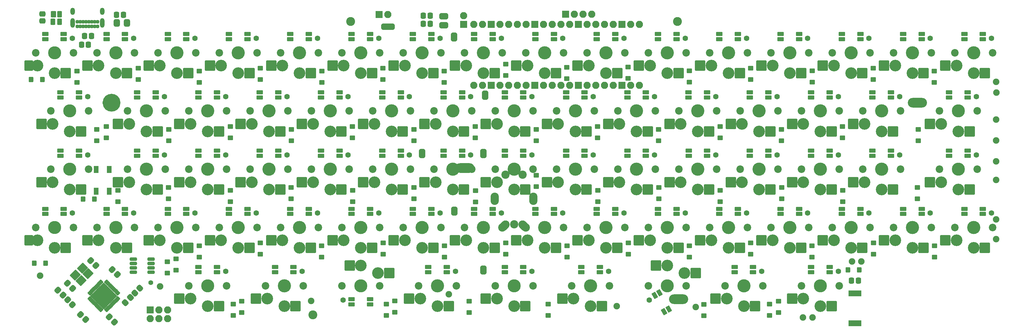
<source format=gbs>
%TF.GenerationSoftware,KiCad,Pcbnew,(6.0.1-0)*%
%TF.CreationDate,2022-02-13T10:06:17+09:00*%
%TF.ProjectId,nora,6e6f7261-2e6b-4696-9361-645f70636258,DN:0032*%
%TF.SameCoordinates,Original*%
%TF.FileFunction,Soldermask,Bot*%
%TF.FilePolarity,Negative*%
%FSLAX46Y46*%
G04 Gerber Fmt 4.6, Leading zero omitted, Abs format (unit mm)*
G04 Created by KiCad (PCBNEW (6.0.1-0)) date 2022-02-13 10:06:17*
%MOMM*%
%LPD*%
G01*
G04 APERTURE LIST*
G04 Aperture macros list*
%AMRoundRect*
0 Rectangle with rounded corners*
0 $1 Rounding radius*
0 $2 $3 $4 $5 $6 $7 $8 $9 X,Y pos of 4 corners*
0 Add a 4 corners polygon primitive as box body*
4,1,4,$2,$3,$4,$5,$6,$7,$8,$9,$2,$3,0*
0 Add four circle primitives for the rounded corners*
1,1,$1+$1,$2,$3*
1,1,$1+$1,$4,$5*
1,1,$1+$1,$6,$7*
1,1,$1+$1,$8,$9*
0 Add four rect primitives between the rounded corners*
20,1,$1+$1,$2,$3,$4,$5,0*
20,1,$1+$1,$4,$5,$6,$7,0*
20,1,$1+$1,$6,$7,$8,$9,0*
20,1,$1+$1,$8,$9,$2,$3,0*%
%AMHorizOval*
0 Thick line with rounded ends*
0 $1 width*
0 $2 $3 position (X,Y) of the first rounded end (center of the circle)*
0 $4 $5 position (X,Y) of the second rounded end (center of the circle)*
0 Add line between two ends*
20,1,$1,$2,$3,$4,$5,0*
0 Add two circle primitives to create the rounded ends*
1,1,$1,$2,$3*
1,1,$1,$4,$5*%
%AMFreePoly0*
4,1,41,0.586777,0.930194,0.656366,0.874698,0.694986,0.794504,0.700000,0.750000,0.700000,-0.750000,0.680194,-0.836777,0.624698,-0.906366,0.544504,-0.944986,0.500000,-0.950000,0.000000,-0.950000,-0.023504,-0.944635,-0.083606,-0.943534,-0.139582,-0.934468,-0.274897,-0.892193,-0.326080,-0.867780,-0.444090,-0.789225,-0.486362,-0.751429,-0.577582,-0.642910,-0.607548,-0.594768,-0.664643,-0.465009,
-0.679893,-0.410393,-0.697476,-0.275933,-0.697084,-0.275882,-0.700000,-0.250000,-0.700000,0.250000,-0.697921,0.259109,-0.697582,0.286880,-0.675771,0.426957,-0.659192,0.481183,-0.598944,0.609508,-0.567811,0.656904,-0.473967,0.763162,-0.430783,0.799915,-0.310888,0.875563,-0.259125,0.898717,-0.122818,0.937674,-0.066635,0.945370,-0.042411,0.945222,0.000000,0.950000,0.500000,0.950000,
0.586777,0.930194,0.586777,0.930194,$1*%
%AMFreePoly1*
4,1,41,0.022678,0.944824,0.075125,0.944504,0.131210,0.936123,0.267031,0.895504,0.318507,0.871718,0.437469,0.794611,0.480202,0.757333,0.572740,0.649936,0.603290,0.602165,0.661967,0.473113,0.677883,0.418686,0.697980,0.278353,0.700000,0.250000,0.700000,-0.250000,0.699985,-0.252439,0.699836,-0.264655,0.697079,-0.295398,0.673559,-0.435199,0.656318,-0.489221,0.594506,-0.616800,
0.562797,-0.663810,0.467662,-0.768914,0.424032,-0.805137,0.303222,-0.879314,0.251181,-0.901834,0.114408,-0.939123,0.058135,-0.946132,0.037663,-0.945757,0.000000,-0.950000,-0.500000,-0.950000,-0.586777,-0.930194,-0.656366,-0.874698,-0.694986,-0.794504,-0.700000,-0.750000,-0.700000,0.750000,-0.680194,0.836777,-0.624698,0.906366,-0.544504,0.944986,-0.500000,0.950000,0.000000,0.950000,
0.022678,0.944824,0.022678,0.944824,$1*%
%AMFreePoly2*
4,1,41,0.636777,0.930194,0.706366,0.874698,0.744986,0.794504,0.750000,0.750000,0.750000,-0.750000,0.730194,-0.836777,0.674698,-0.906366,0.594504,-0.944986,0.550000,-0.950000,0.000000,-0.950000,-0.023504,-0.944635,-0.083606,-0.943534,-0.139582,-0.934468,-0.274897,-0.892193,-0.326080,-0.867780,-0.444090,-0.789225,-0.486362,-0.751429,-0.577582,-0.642910,-0.607548,-0.594768,-0.664643,-0.465009,
-0.679893,-0.410393,-0.697476,-0.275933,-0.697084,-0.275882,-0.700000,-0.250000,-0.700000,0.250000,-0.697921,0.259109,-0.697582,0.286880,-0.675771,0.426957,-0.659192,0.481183,-0.598944,0.609508,-0.567811,0.656904,-0.473967,0.763162,-0.430783,0.799915,-0.310888,0.875563,-0.259125,0.898717,-0.122818,0.937674,-0.066635,0.945370,-0.042411,0.945222,0.000000,0.950000,0.550000,0.950000,
0.636777,0.930194,0.636777,0.930194,$1*%
%AMFreePoly3*
4,1,41,0.022678,0.944824,0.075125,0.944504,0.131210,0.936123,0.267031,0.895504,0.318507,0.871718,0.437469,0.794611,0.480202,0.757333,0.572740,0.649936,0.603290,0.602165,0.661967,0.473113,0.677883,0.418686,0.697980,0.278353,0.700000,0.250000,0.700000,-0.250000,0.699985,-0.252439,0.699836,-0.264655,0.697079,-0.295398,0.673559,-0.435199,0.656318,-0.489221,0.594506,-0.616800,
0.562797,-0.663810,0.467662,-0.768914,0.424032,-0.805137,0.303222,-0.879314,0.251181,-0.901834,0.114408,-0.939123,0.058135,-0.946132,0.037663,-0.945757,0.000000,-0.950000,-0.550000,-0.950000,-0.636777,-0.930194,-0.706366,-0.874698,-0.744986,-0.794504,-0.750000,-0.750000,-0.750000,0.750000,-0.730194,0.836777,-0.674698,0.906366,-0.594504,0.944986,-0.550000,0.950000,0.000000,0.950000,
0.022678,0.944824,0.022678,0.944824,$1*%
G04 Aperture macros list end*
%ADD10RoundRect,0.200000X-0.715625X-0.410000X0.715625X-0.410000X0.715625X0.410000X-0.715625X0.410000X0*%
%ADD11RoundRect,0.200000X0.715625X0.410000X-0.715625X0.410000X-0.715625X-0.410000X0.715625X-0.410000X0*%
%ADD12O,5.600000X2.800000*%
%ADD13C,1.400000*%
%ADD14C,5.200000*%
%ADD15C,2.600000*%
%ADD16C,2.200000*%
%ADD17C,3.400000*%
%ADD18C,3.829000*%
%ADD19C,1.600000*%
%ADD20RoundRect,0.200000X-1.300000X-1.300000X1.300000X-1.300000X1.300000X1.300000X-1.300000X1.300000X0*%
%ADD21C,3.800000*%
%ADD22RoundRect,0.200000X1.300000X1.300000X-1.300000X1.300000X-1.300000X-1.300000X1.300000X-1.300000X0*%
%ADD23RoundRect,0.200000X-1.050000X-1.300000X1.050000X-1.300000X1.050000X1.300000X-1.050000X1.300000X0*%
%ADD24O,2.400000X3.600000*%
%ADD25C,2.400000*%
%ADD26HorizOval,2.400000X0.353553X0.353553X-0.353553X-0.353553X0*%
%ADD27HorizOval,2.400000X-0.353553X0.353553X0.353553X-0.353553X0*%
%ADD28C,1.900000*%
%ADD29RoundRect,0.450000X-0.350000X-0.450000X0.350000X-0.450000X0.350000X0.450000X-0.350000X0.450000X0*%
%ADD30RoundRect,0.200000X0.500000X-0.850000X0.500000X0.850000X-0.500000X0.850000X-0.500000X-0.850000X0*%
%ADD31RoundRect,0.450000X0.574524X0.097227X0.097227X0.574524X-0.574524X-0.097227X-0.097227X-0.574524X0*%
%ADD32RoundRect,0.450001X0.462499X0.624999X-0.462499X0.624999X-0.462499X-0.624999X0.462499X-0.624999X0*%
%ADD33RoundRect,0.262500X-0.220971X-0.309359X0.309359X0.220971X0.220971X0.309359X-0.309359X-0.220971X0*%
%ADD34RoundRect,0.262500X0.220971X-0.309359X0.309359X-0.220971X-0.220971X0.309359X-0.309359X0.220971X0*%
%ADD35RoundRect,0.200000X0.000000X-3.641600X3.641600X0.000000X0.000000X3.641600X-3.641600X0.000000X0*%
%ADD36RoundRect,0.450000X0.350000X0.450000X-0.350000X0.450000X-0.350000X-0.450000X0.350000X-0.450000X0*%
%ADD37RoundRect,0.200000X0.106066X1.378858X-1.378858X-0.106066X-0.106066X-1.378858X1.378858X0.106066X0*%
%ADD38RoundRect,0.450000X-0.574524X-0.097227X-0.097227X-0.574524X0.574524X0.097227X0.097227X0.574524X0*%
%ADD39RoundRect,0.450000X-0.450000X0.350000X-0.450000X-0.350000X0.450000X-0.350000X0.450000X0.350000X0*%
%ADD40C,1.100000*%
%ADD41O,1.300000X2.800000*%
%ADD42O,1.300000X2.100000*%
%ADD43RoundRect,0.200000X0.450000X0.600000X-0.450000X0.600000X-0.450000X-0.600000X0.450000X-0.600000X0*%
%ADD44RoundRect,0.200000X0.600000X-0.450000X0.600000X0.450000X-0.600000X0.450000X-0.600000X-0.450000X0*%
%ADD45RoundRect,0.200000X-0.600000X0.450000X-0.600000X-0.450000X0.600000X-0.450000X0.600000X0.450000X0*%
%ADD46RoundRect,0.200000X-0.850000X0.850000X-0.850000X-0.850000X0.850000X-0.850000X0.850000X0.850000X0*%
%ADD47O,2.100000X2.100000*%
%ADD48RoundRect,0.200000X-0.600000X-0.700000X0.600000X-0.700000X0.600000X0.700000X-0.600000X0.700000X0*%
%ADD49RoundRect,0.200000X-0.500000X-0.700000X0.500000X-0.700000X0.500000X0.700000X-0.500000X0.700000X0*%
%ADD50RoundRect,0.200000X-0.850000X-0.850000X0.850000X-0.850000X0.850000X0.850000X-0.850000X0.850000X0*%
%ADD51FreePoly0,0.000000*%
%ADD52FreePoly1,0.000000*%
%ADD53FreePoly2,180.000000*%
%ADD54RoundRect,0.200000X0.500000X0.750000X-0.500000X0.750000X-0.500000X-0.750000X0.500000X-0.750000X0*%
%ADD55FreePoly3,180.000000*%
%ADD56RoundRect,0.450000X-0.070711X0.565685X-0.565685X0.070711X0.070711X-0.565685X0.565685X-0.070711X0*%
%ADD57RoundRect,0.450000X-0.565685X-0.070711X-0.070711X-0.565685X0.565685X0.070711X0.070711X0.565685X0*%
%ADD58RoundRect,0.450000X0.097227X-0.574524X0.574524X-0.097227X-0.097227X0.574524X-0.574524X0.097227X0*%
%ADD59RoundRect,0.200000X-0.712883X0.414749X0.002742X-0.824749X0.712883X-0.414749X-0.002742X0.824749X0*%
%ADD60RoundRect,0.350000X0.725000X0.150000X-0.725000X0.150000X-0.725000X-0.150000X0.725000X-0.150000X0*%
%ADD61RoundRect,0.200000X1.700000X-0.650000X1.700000X0.650000X-1.700000X0.650000X-1.700000X-0.650000X0*%
%ADD62FreePoly0,90.000000*%
%ADD63FreePoly1,90.000000*%
%ADD64FreePoly0,270.000000*%
%ADD65FreePoly1,270.000000*%
G04 APERTURE END LIST*
D10*
X176749930Y-31925520D03*
X176749930Y-30425520D03*
X171349930Y-30425520D03*
X171349930Y-31925520D03*
X158890554Y-31925520D03*
X158890554Y-30425520D03*
X153490554Y-30425520D03*
X153490554Y-31925520D03*
D11*
X162420242Y-47425520D03*
X162420242Y-48925520D03*
X167820242Y-48925520D03*
X167820242Y-47425520D03*
D10*
X149960866Y-65925520D03*
X149960866Y-64425520D03*
X144560866Y-64425520D03*
X144560866Y-65925520D03*
X167820242Y-65925520D03*
X167820242Y-64425520D03*
X162420242Y-64425520D03*
X162420242Y-65925520D03*
X185679506Y-65925520D03*
X185679506Y-64425520D03*
X180279506Y-64425520D03*
X180279506Y-65925520D03*
D11*
X171354680Y-81425520D03*
X171354680Y-82925520D03*
X176754680Y-82925520D03*
X176754680Y-81425520D03*
X153490554Y-81425520D03*
X153490554Y-82925520D03*
X158890554Y-82925520D03*
X158890554Y-81425520D03*
D10*
X167820242Y-99925520D03*
X167820242Y-98425520D03*
X162420242Y-98425520D03*
X162420242Y-99925520D03*
D12*
X150800000Y-69550000D03*
X213100000Y-107750000D03*
X282650000Y-50450000D03*
D13*
X49050000Y-49100000D03*
X47800000Y-48550000D03*
X49050000Y-51800000D03*
X46450000Y-49100000D03*
X46450000Y-51750000D03*
X49700000Y-50450000D03*
X47800000Y-52350000D03*
X45900000Y-50450000D03*
D14*
X47800000Y-50450000D03*
D15*
X117500000Y-26800000D03*
X212750000Y-26800000D03*
X106450000Y-112400000D03*
D16*
X43539048Y-35875520D03*
D17*
X49039048Y-41825520D03*
D18*
X49039048Y-35875520D03*
D17*
X44039048Y-39625520D03*
D16*
X54539048Y-35875520D03*
D19*
X54259048Y-31675520D03*
D20*
X52314048Y-41825520D03*
X40764048Y-39625520D03*
D16*
X54539048Y-86875520D03*
D17*
X49039048Y-92825520D03*
D18*
X49039048Y-86875520D03*
D17*
X44039048Y-90625520D03*
D16*
X43539048Y-86875520D03*
D19*
X54259048Y-82675520D03*
D20*
X52314048Y-92825520D03*
X40764048Y-90625520D03*
D16*
X72398424Y-35875520D03*
D19*
X72118424Y-31675520D03*
D16*
X61398424Y-35875520D03*
D18*
X66898424Y-35875520D03*
D17*
X66898424Y-41825520D03*
X61898424Y-39625520D03*
D20*
X70173424Y-41825520D03*
X58623424Y-39625520D03*
D16*
X52468736Y-52875520D03*
D17*
X52968736Y-56625520D03*
D16*
X63468736Y-52875520D03*
D17*
X57968736Y-58825520D03*
D19*
X63188736Y-48675520D03*
D18*
X57968736Y-52875520D03*
D20*
X61243736Y-58825520D03*
X49693736Y-56625520D03*
D17*
X61898424Y-90625520D03*
D16*
X61398424Y-86875520D03*
D17*
X66898424Y-92825520D03*
D19*
X72118424Y-82675520D03*
D16*
X72398424Y-86875520D03*
D18*
X66898424Y-86875520D03*
D20*
X70173424Y-92825520D03*
X58623424Y-90625520D03*
D17*
X84757800Y-41825520D03*
D16*
X90257800Y-35875520D03*
D17*
X79757800Y-39625520D03*
D18*
X84757800Y-35875520D03*
D16*
X79257800Y-35875520D03*
D19*
X89977800Y-31675520D03*
D20*
X88032800Y-41825520D03*
X76482800Y-39625520D03*
D17*
X75828112Y-58825520D03*
D19*
X81048112Y-48675520D03*
D18*
X75828112Y-52875520D03*
D16*
X81328112Y-52875520D03*
D17*
X70828112Y-56625520D03*
D16*
X70328112Y-52875520D03*
D20*
X79103112Y-58825520D03*
X67553112Y-56625520D03*
D17*
X75828112Y-75825520D03*
X70828112Y-73625520D03*
D16*
X81328112Y-69875520D03*
D18*
X75828112Y-69875520D03*
D19*
X81048112Y-65675520D03*
D16*
X70328112Y-69875520D03*
D20*
X79103112Y-75825520D03*
X67553112Y-73625520D03*
D16*
X90257800Y-86875520D03*
D17*
X79757800Y-90625520D03*
D19*
X89977800Y-82675520D03*
D16*
X79257800Y-86875520D03*
D18*
X84757800Y-86875520D03*
D17*
X84757800Y-92825520D03*
D20*
X88032800Y-92825520D03*
X76482800Y-90625520D03*
D18*
X102617176Y-35875520D03*
D17*
X102617176Y-41825520D03*
D16*
X108117176Y-35875520D03*
X97117176Y-35875520D03*
D19*
X107837176Y-31675520D03*
D17*
X97617176Y-39625520D03*
D20*
X105892176Y-41825520D03*
X94342176Y-39625520D03*
D16*
X99187488Y-52875520D03*
D17*
X93687488Y-58825520D03*
D18*
X93687488Y-52875520D03*
D17*
X88687488Y-56625520D03*
D16*
X88187488Y-52875520D03*
D19*
X98907488Y-48675520D03*
D20*
X96962488Y-58825520D03*
X85412488Y-56625520D03*
D16*
X88187488Y-69875520D03*
D17*
X93687488Y-75825520D03*
D19*
X98907488Y-65675520D03*
D17*
X88687488Y-73625520D03*
D18*
X93687488Y-69875520D03*
D16*
X99187488Y-69875520D03*
D20*
X96962488Y-75825520D03*
X85412488Y-73625520D03*
D17*
X97617176Y-90625520D03*
D18*
X102617176Y-86875520D03*
D17*
X102617176Y-92825520D03*
D19*
X107837176Y-82675520D03*
D16*
X108117176Y-86875520D03*
X97117176Y-86875520D03*
D20*
X105892176Y-92825520D03*
X94342176Y-90625520D03*
D17*
X120476552Y-41825520D03*
X115476552Y-39625520D03*
D18*
X120476552Y-35875520D03*
D19*
X125696552Y-31675520D03*
D16*
X114976552Y-35875520D03*
X125976552Y-35875520D03*
D20*
X123751552Y-41825520D03*
X112201552Y-39625520D03*
D17*
X106546864Y-56625520D03*
D19*
X116766864Y-48675520D03*
D16*
X106046864Y-52875520D03*
X117046864Y-52875520D03*
D18*
X111546864Y-52875520D03*
D17*
X111546864Y-58825520D03*
D20*
X114821864Y-58825520D03*
X103271864Y-56625520D03*
D18*
X111546864Y-69875520D03*
D16*
X117046864Y-69875520D03*
D17*
X111546864Y-75825520D03*
D16*
X106046864Y-69875520D03*
D19*
X116766864Y-65675520D03*
D17*
X106546864Y-73625520D03*
D20*
X114821864Y-75825520D03*
X103271864Y-73625520D03*
D17*
X115476552Y-90625520D03*
D16*
X114976552Y-86875520D03*
D19*
X125696552Y-82675520D03*
D16*
X125976552Y-86875520D03*
D18*
X120476552Y-86875520D03*
D17*
X120476552Y-92825520D03*
D20*
X123751552Y-92825520D03*
X112201552Y-90625520D03*
D16*
X143835928Y-35875520D03*
D17*
X138335928Y-41825520D03*
D16*
X132835928Y-35875520D03*
D19*
X143555928Y-31675520D03*
D17*
X133335928Y-39625520D03*
D18*
X138335928Y-35875520D03*
D20*
X141610928Y-41825520D03*
X130060928Y-39625520D03*
D19*
X134626240Y-48675520D03*
D16*
X123906240Y-52875520D03*
D17*
X124406240Y-56625520D03*
D16*
X134906240Y-52875520D03*
D18*
X129406240Y-52875520D03*
D17*
X129406240Y-58825520D03*
D20*
X132681240Y-58825520D03*
X121131240Y-56625520D03*
D19*
X134626240Y-65675520D03*
D17*
X129406240Y-75825520D03*
X124406240Y-73625520D03*
D16*
X123906240Y-69875520D03*
D18*
X129406240Y-69875520D03*
D16*
X134906240Y-69875520D03*
D20*
X132681240Y-75825520D03*
X121131240Y-73625520D03*
D16*
X143835928Y-86875520D03*
X132835928Y-86875520D03*
D17*
X133335928Y-90625520D03*
D18*
X138335928Y-86875520D03*
D17*
X138335928Y-92825520D03*
D19*
X143555928Y-82675520D03*
D20*
X141610928Y-92825520D03*
X130060928Y-90625520D03*
D17*
X147265616Y-58825520D03*
D19*
X152485616Y-48675520D03*
D18*
X147265616Y-52875520D03*
D16*
X152765616Y-52875520D03*
X141765616Y-52875520D03*
D17*
X142265616Y-56625520D03*
D20*
X150540616Y-58825520D03*
X138990616Y-56625520D03*
D16*
X141765616Y-69875520D03*
D17*
X147265616Y-75825520D03*
D19*
X152485616Y-65675520D03*
D17*
X142265616Y-73625520D03*
D16*
X152765616Y-69875520D03*
D18*
X147265616Y-69875520D03*
D20*
X150540616Y-75825520D03*
X138990616Y-73625520D03*
D16*
X197414056Y-35875520D03*
D17*
X186914056Y-39625520D03*
D19*
X197134056Y-31675520D03*
D17*
X191914056Y-41825520D03*
D18*
X191914056Y-35875520D03*
D16*
X186414056Y-35875520D03*
D20*
X195189056Y-41825520D03*
X183639056Y-39625520D03*
D17*
X182984368Y-58825520D03*
D16*
X188484368Y-52875520D03*
D17*
X177984368Y-56625520D03*
D16*
X177484368Y-52875520D03*
D18*
X182984368Y-52875520D03*
D19*
X188204368Y-48675520D03*
D20*
X186259368Y-58825520D03*
X174709368Y-56625520D03*
D19*
X197134056Y-82675520D03*
D18*
X191914056Y-86875520D03*
D17*
X186914056Y-90625520D03*
D16*
X186414056Y-86875520D03*
X197414056Y-86875520D03*
D17*
X191914056Y-92825520D03*
D20*
X195189056Y-92825520D03*
X183639056Y-90625520D03*
D17*
X182449212Y-107625520D03*
D16*
X192949212Y-103875520D03*
D19*
X192669212Y-99675520D03*
D17*
X187449212Y-109825520D03*
D16*
X181949212Y-103875520D03*
D18*
X187449212Y-103875520D03*
D20*
X190724212Y-109825520D03*
X179174212Y-107625520D03*
D16*
X204273432Y-35875520D03*
D18*
X209773432Y-35875520D03*
D17*
X209773432Y-41825520D03*
D16*
X215273432Y-35875520D03*
D19*
X214993432Y-31675520D03*
D17*
X204773432Y-39625520D03*
D20*
X213048432Y-41825520D03*
X201498432Y-39625520D03*
D16*
X206343744Y-52875520D03*
D18*
X200843744Y-52875520D03*
D16*
X195343744Y-52875520D03*
D19*
X206063744Y-48675520D03*
D17*
X195843744Y-56625520D03*
X200843744Y-58825520D03*
D20*
X204118744Y-58825520D03*
X192568744Y-56625520D03*
D17*
X195843744Y-73625520D03*
X200843744Y-75825520D03*
D16*
X195343744Y-69875520D03*
D18*
X200843744Y-69875520D03*
D19*
X206063744Y-65675520D03*
D16*
X206343744Y-69875520D03*
D20*
X204118744Y-75825520D03*
X192568744Y-73625520D03*
D16*
X204273432Y-86875520D03*
D18*
X209773432Y-86875520D03*
D19*
X214993432Y-82675520D03*
D17*
X209773432Y-92825520D03*
D16*
X215273432Y-86875520D03*
D17*
X204773432Y-90625520D03*
D20*
X213048432Y-92825520D03*
X201498432Y-90625520D03*
D16*
X215273432Y-103875520D03*
D17*
X214773432Y-100125520D03*
D19*
X204553432Y-108075520D03*
D21*
X209773432Y-103875520D03*
D17*
X209773432Y-97925520D03*
D16*
X204273432Y-103875520D03*
D22*
X206498432Y-97925520D03*
X218048432Y-100125520D03*
D19*
X232852808Y-31675520D03*
D17*
X222632808Y-39625520D03*
D18*
X227632808Y-35875520D03*
D17*
X227632808Y-41825520D03*
D16*
X222132808Y-35875520D03*
X233132808Y-35875520D03*
D20*
X230907808Y-41825520D03*
X219357808Y-39625520D03*
D18*
X218703120Y-69875520D03*
D19*
X223923120Y-65675520D03*
D16*
X224203120Y-69875520D03*
D17*
X218703120Y-75825520D03*
X213703120Y-73625520D03*
D16*
X213203120Y-69875520D03*
D20*
X221978120Y-75825520D03*
X210428120Y-73625520D03*
D19*
X232852808Y-82675520D03*
D17*
X222632808Y-90625520D03*
D16*
X222132808Y-86875520D03*
D17*
X227632808Y-92825520D03*
D18*
X227632808Y-86875520D03*
D16*
X233132808Y-86875520D03*
D20*
X230907808Y-92825520D03*
X219357808Y-90625520D03*
D19*
X237317652Y-99675520D03*
D16*
X226597652Y-103875520D03*
D18*
X232097652Y-103875520D03*
D16*
X237597652Y-103875520D03*
D17*
X232097652Y-109825520D03*
X227097652Y-107625520D03*
D20*
X235372652Y-109825520D03*
X223822652Y-107625520D03*
D19*
X250712187Y-31675520D03*
D16*
X239992187Y-35875520D03*
D18*
X245492187Y-35875520D03*
D17*
X245492187Y-41825520D03*
D16*
X250992187Y-35875520D03*
D17*
X240492187Y-39625520D03*
D20*
X248767187Y-41825520D03*
X237217187Y-39625520D03*
D17*
X240491992Y-90625520D03*
D19*
X250711992Y-82675520D03*
D18*
X245491992Y-86875520D03*
D17*
X245491992Y-92825520D03*
D16*
X239991992Y-86875520D03*
X250991992Y-86875520D03*
D20*
X248766992Y-92825520D03*
X237216992Y-90625520D03*
D17*
X263351560Y-41825520D03*
D18*
X263351560Y-35875520D03*
D17*
X258351560Y-39625520D03*
D16*
X268851560Y-35875520D03*
D19*
X268571560Y-31675520D03*
D16*
X257851560Y-35875520D03*
D20*
X266626560Y-41825520D03*
X255076560Y-39625520D03*
D16*
X259921672Y-69875520D03*
D17*
X249421672Y-73625520D03*
D19*
X259641672Y-65675520D03*
D16*
X248921672Y-69875520D03*
D18*
X254421672Y-69875520D03*
D17*
X254421672Y-75825520D03*
D20*
X257696672Y-75825520D03*
X246146672Y-73625520D03*
D16*
X268851560Y-86875520D03*
D17*
X258351560Y-90625520D03*
D18*
X263351560Y-86875520D03*
D19*
X268571560Y-82675520D03*
D16*
X257851560Y-86875520D03*
D17*
X263351560Y-92825520D03*
D20*
X266626560Y-92825520D03*
X255076560Y-90625520D03*
D16*
X275710937Y-35875520D03*
X286710937Y-35875520D03*
D18*
X281210937Y-35875520D03*
D17*
X281210937Y-41825520D03*
D19*
X286430937Y-31675520D03*
D17*
X276210937Y-39625520D03*
D20*
X284485937Y-41825520D03*
X272935937Y-39625520D03*
D17*
X272281032Y-58825520D03*
D19*
X277501032Y-48675520D03*
D18*
X272281032Y-52875520D03*
D16*
X266781032Y-52875520D03*
X277781032Y-52875520D03*
D17*
X267281032Y-56625520D03*
D20*
X275556032Y-58825520D03*
X264006032Y-56625520D03*
D19*
X277501032Y-65675520D03*
D18*
X272281032Y-69875520D03*
D16*
X266781032Y-69875520D03*
X277781032Y-69875520D03*
D17*
X267281032Y-73625520D03*
X272281032Y-75825520D03*
D20*
X275556032Y-75825520D03*
X264006032Y-73625520D03*
D16*
X286710936Y-86875520D03*
X275710936Y-86875520D03*
D18*
X281210936Y-86875520D03*
D17*
X281210936Y-92825520D03*
D19*
X286430936Y-82675520D03*
D17*
X276210936Y-90625520D03*
D20*
X284485936Y-92825520D03*
X272935936Y-90625520D03*
D16*
X293570312Y-35875520D03*
D17*
X294070312Y-39625520D03*
D16*
X304570312Y-35875520D03*
D19*
X304290312Y-31675520D03*
D18*
X299070312Y-35875520D03*
D17*
X299070312Y-41825520D03*
D20*
X302345312Y-41825520D03*
X290795312Y-39625520D03*
D16*
X304570312Y-86875520D03*
D17*
X299070312Y-92825520D03*
D16*
X293570312Y-86875520D03*
D18*
X299070312Y-86875520D03*
D17*
X294070312Y-90625520D03*
D19*
X304290312Y-82675520D03*
D20*
X302345312Y-92825520D03*
X290795312Y-90625520D03*
D19*
X63188736Y-65675520D03*
D17*
X57968736Y-75825520D03*
X52968736Y-73625520D03*
D16*
X52468736Y-69875520D03*
D18*
X57968736Y-69875520D03*
D16*
X63468736Y-69875520D03*
D20*
X61243736Y-75825520D03*
X49693736Y-73625520D03*
D19*
X223923120Y-48675520D03*
D17*
X218703120Y-58825520D03*
D16*
X224203120Y-52875520D03*
D18*
X218703120Y-52875520D03*
D16*
X213203120Y-52875520D03*
D17*
X213703120Y-56625520D03*
D20*
X221978120Y-58825520D03*
X210428120Y-56625520D03*
D16*
X188484368Y-69875520D03*
X177484368Y-69875520D03*
D18*
X182984368Y-69875520D03*
D17*
X177984368Y-73625520D03*
D19*
X188204368Y-65675520D03*
D17*
X182984368Y-75825520D03*
D20*
X186259368Y-75825520D03*
X174709368Y-73625520D03*
D17*
X35644516Y-58825520D03*
D19*
X40864516Y-48675520D03*
D21*
X35644516Y-52875520D03*
D16*
X30144516Y-52875520D03*
X41144516Y-52875520D03*
D17*
X30644516Y-56625520D03*
D20*
X38919516Y-58825520D03*
X27369516Y-56625520D03*
D16*
X36679672Y-35875520D03*
D17*
X31179672Y-41825520D03*
X26179672Y-39625520D03*
D16*
X25679672Y-35875520D03*
D19*
X36399672Y-31675520D03*
D21*
X31179672Y-35875520D03*
D20*
X34454672Y-41825520D03*
D23*
X23654672Y-39625520D03*
D19*
X36399680Y-82675520D03*
D17*
X26179680Y-90625520D03*
D16*
X25679680Y-86875520D03*
D21*
X31179680Y-86875520D03*
D17*
X31179680Y-92825520D03*
D16*
X36679680Y-86875520D03*
D20*
X34454680Y-92825520D03*
D23*
X23654680Y-90625520D03*
D17*
X125476552Y-100125520D03*
D16*
X125976552Y-103875520D03*
D19*
X115256552Y-108075520D03*
D17*
X120476552Y-97925520D03*
D16*
X114976552Y-103875520D03*
D21*
X120476552Y-103875520D03*
D22*
X117201552Y-97925520D03*
X128751552Y-100125520D03*
D18*
X142800772Y-103875520D03*
D19*
X148020772Y-99675520D03*
D16*
X137300772Y-103875520D03*
D17*
X137800772Y-107625520D03*
X142800772Y-109825520D03*
D16*
X148300772Y-103875520D03*
D20*
X146075772Y-109825520D03*
X134525772Y-107625520D03*
D16*
X242062312Y-69875520D03*
D17*
X236562312Y-75825520D03*
X231562312Y-73625520D03*
D19*
X241782312Y-65675520D03*
D18*
X236562312Y-69875520D03*
D16*
X231062312Y-69875520D03*
D20*
X239837312Y-75825520D03*
X228287312Y-73625520D03*
D16*
X248921872Y-103875520D03*
D17*
X249421872Y-107625520D03*
D21*
X254421872Y-103875520D03*
D17*
X254421872Y-109825520D03*
D19*
X259641872Y-99675520D03*
D16*
X259921872Y-103875520D03*
D20*
X257696872Y-109825520D03*
X246146872Y-107625520D03*
D16*
X81328112Y-103875520D03*
D19*
X81048112Y-99675520D03*
D17*
X70828112Y-107625520D03*
D21*
X75828112Y-103875520D03*
D16*
X70328112Y-103875520D03*
D17*
X75828112Y-109825520D03*
D20*
X79103112Y-109825520D03*
X67553112Y-107625520D03*
D17*
X93152332Y-107625520D03*
X98152332Y-109825520D03*
D16*
X92652332Y-103875520D03*
X103652332Y-103875520D03*
D19*
X103372332Y-99675520D03*
D18*
X98152332Y-103875520D03*
D20*
X101427332Y-109825520D03*
X89877332Y-107625520D03*
D16*
X242062312Y-52875520D03*
X231062312Y-52875520D03*
D17*
X231562312Y-56625520D03*
D18*
X236562312Y-52875520D03*
D19*
X241782312Y-48675520D03*
D17*
X236562312Y-58825520D03*
D20*
X239837312Y-58825520D03*
X228287312Y-56625520D03*
D17*
X289605232Y-56625520D03*
D19*
X299825232Y-48675520D03*
D16*
X289105232Y-52875520D03*
D17*
X294605232Y-58825520D03*
D16*
X300105232Y-52875520D03*
D21*
X294605232Y-52875520D03*
D20*
X297880232Y-58825520D03*
X286330232Y-56625520D03*
D16*
X300105232Y-69875520D03*
X289105232Y-69875520D03*
D17*
X289605232Y-73625520D03*
D21*
X294605232Y-69875520D03*
D19*
X299825232Y-65675520D03*
D17*
X294605232Y-75825520D03*
D20*
X297880232Y-75825520D03*
X286330232Y-73625520D03*
D16*
X259921672Y-52875520D03*
X248921672Y-52875520D03*
D17*
X254421672Y-58825520D03*
X249421672Y-56625520D03*
D19*
X259641672Y-48675520D03*
D18*
X254421672Y-52875520D03*
D20*
X257696672Y-58825520D03*
X246146672Y-56625520D03*
D16*
X41144516Y-69875520D03*
D19*
X40864516Y-65675520D03*
D17*
X35644516Y-75825520D03*
D21*
X35644516Y-69875520D03*
D17*
X30644516Y-73625520D03*
D16*
X30144516Y-69875520D03*
D20*
X38919516Y-75825520D03*
X27369516Y-73625520D03*
D17*
X151195304Y-39625520D03*
D19*
X161415304Y-31675520D03*
D16*
X161695304Y-35875520D03*
X150695304Y-35875520D03*
D17*
X156195304Y-41825520D03*
D18*
X156195304Y-35875520D03*
D20*
X159470304Y-41825520D03*
X147920304Y-39625520D03*
D24*
X159524992Y-78475520D03*
X170724992Y-78475520D03*
D25*
X161694992Y-86875520D03*
D26*
X162284992Y-86325520D03*
D27*
X167974992Y-86325520D03*
D25*
X168564992Y-86875520D03*
X165124992Y-85975520D03*
X167624992Y-71475520D03*
X162624992Y-71475520D03*
D17*
X169054680Y-90625520D03*
D16*
X179554680Y-86875520D03*
D19*
X179274680Y-82675520D03*
D17*
X174054680Y-92825520D03*
D18*
X174054680Y-86875520D03*
D20*
X177329680Y-92825520D03*
X165779680Y-90625520D03*
D17*
X169054680Y-39625520D03*
D16*
X168554680Y-35875520D03*
D17*
X174054680Y-41825520D03*
D19*
X179274680Y-31675520D03*
D16*
X179554680Y-35875520D03*
D18*
X174054680Y-35875520D03*
D20*
X177329680Y-41825520D03*
X165779680Y-39625520D03*
D16*
X159624992Y-103875520D03*
D17*
X165124992Y-109825520D03*
D19*
X170344992Y-99675520D03*
D17*
X160124992Y-107625520D03*
D16*
X170624992Y-103875520D03*
D21*
X165124992Y-103875520D03*
D20*
X168399992Y-109825520D03*
X156849992Y-107625520D03*
D18*
X156195304Y-86875520D03*
D19*
X161415304Y-82675520D03*
D17*
X156195304Y-92825520D03*
D16*
X150695304Y-86875520D03*
D17*
X151195304Y-90625520D03*
D20*
X159470304Y-92825520D03*
X147920304Y-90625520D03*
D17*
X165124992Y-75825520D03*
D16*
X170624992Y-69875520D03*
D18*
X165124992Y-69875520D03*
D19*
X170344992Y-65675520D03*
D16*
X159624992Y-69875520D03*
D17*
X160124992Y-73625520D03*
D20*
X168399992Y-75825520D03*
X156849992Y-73625520D03*
D17*
X160124992Y-56625520D03*
X165124992Y-58825520D03*
D16*
X170624992Y-52875520D03*
D18*
X165124992Y-52875520D03*
D19*
X170344992Y-48675520D03*
D16*
X159624992Y-52875520D03*
D20*
X168399992Y-58825520D03*
X156849992Y-56625520D03*
D28*
X61973432Y-104075520D03*
X305614056Y-84475520D03*
X146075000Y-106350000D03*
D13*
X59273432Y-102975520D03*
D28*
X105973432Y-108275520D03*
X27000000Y-100900000D03*
D29*
X138650000Y-25100000D03*
X140650000Y-25100000D03*
D30*
X47149984Y-76250520D03*
X47149984Y-69950520D03*
X43349984Y-69950520D03*
X43349984Y-76250520D03*
D28*
X305614056Y-90300000D03*
X305700000Y-47500000D03*
X305649984Y-61500000D03*
X305650000Y-67600000D03*
X266360866Y-96775520D03*
X249300000Y-113100000D03*
D31*
X43203623Y-97993623D03*
X41736377Y-96526377D03*
D32*
X52337500Y-27175520D03*
X49362500Y-27175520D03*
D33*
X44887079Y-111023967D03*
X44533526Y-110670413D03*
X44179973Y-110316860D03*
X43826419Y-109963306D03*
X43472866Y-109609753D03*
X43119312Y-109256200D03*
X42765759Y-108902646D03*
X42412206Y-108549093D03*
X42058652Y-108195539D03*
X41705099Y-107841986D03*
X41351545Y-107488433D03*
D34*
X41351545Y-106162607D03*
X41705099Y-105809054D03*
X42058652Y-105455501D03*
X42412206Y-105101947D03*
X42765759Y-104748394D03*
X43119312Y-104394840D03*
X43472866Y-104041287D03*
X43826419Y-103687734D03*
X44179973Y-103334180D03*
X44533526Y-102980627D03*
X44887079Y-102627073D03*
D33*
X46212905Y-102627073D03*
X46566458Y-102980627D03*
X46920011Y-103334180D03*
X47273565Y-103687734D03*
X47627118Y-104041287D03*
X47980672Y-104394840D03*
X48334225Y-104748394D03*
X48687778Y-105101947D03*
X49041332Y-105455501D03*
X49394885Y-105809054D03*
X49748439Y-106162607D03*
D34*
X49748439Y-107488433D03*
X49394885Y-107841986D03*
X49041332Y-108195539D03*
X48687778Y-108549093D03*
X48334225Y-108902646D03*
X47980672Y-109256200D03*
X47627118Y-109609753D03*
X47273565Y-109963306D03*
X46920011Y-110316860D03*
X46566458Y-110670413D03*
X46212905Y-111023967D03*
D35*
X45549992Y-106825520D03*
D36*
X41950000Y-30975520D03*
X39950000Y-30975520D03*
X51250000Y-24775520D03*
X49250000Y-24775520D03*
D37*
X40938478Y-100317868D03*
X38887868Y-102368478D03*
X37261522Y-100742132D03*
X39312132Y-98691522D03*
D29*
X138650000Y-27400000D03*
X140650000Y-27400000D03*
D28*
X305649984Y-55400000D03*
D38*
X32166377Y-105166377D03*
X33633623Y-106633623D03*
D28*
X305649984Y-72950000D03*
D39*
X27650000Y-24600520D03*
X27650000Y-26600520D03*
D40*
X37800000Y-28190000D03*
X38650000Y-28190000D03*
X39500000Y-28190000D03*
X40350000Y-28190000D03*
X41200000Y-28190000D03*
X42050000Y-28190000D03*
X42900000Y-28190000D03*
X43750000Y-28190000D03*
X43750000Y-26840000D03*
X42900000Y-26840000D03*
X42050000Y-26840000D03*
X41200000Y-26840000D03*
X40350000Y-26840000D03*
X39500000Y-26840000D03*
X38650000Y-26840000D03*
X37800000Y-26840000D03*
D41*
X45100000Y-27210000D03*
D42*
X36450000Y-23830000D03*
X45100000Y-23830000D03*
D41*
X36450000Y-27210000D03*
D43*
X28550000Y-97300000D03*
X25250000Y-97300000D03*
D44*
X37693666Y-44525520D03*
X37693666Y-41225520D03*
D43*
X42850000Y-78600000D03*
X39550000Y-78600000D03*
D44*
X64100000Y-100150000D03*
X64100000Y-96850000D03*
X55593666Y-43725520D03*
X55593666Y-40425520D03*
X46293666Y-60725520D03*
X46293666Y-57425520D03*
X66600000Y-99350000D03*
X66600000Y-96050000D03*
X85773432Y-111700000D03*
X85773432Y-108400000D03*
X73400000Y-44525520D03*
X73400000Y-41225520D03*
X64493666Y-61525520D03*
X64493666Y-58225520D03*
X64400000Y-78500000D03*
X64400000Y-75200000D03*
X73400000Y-95500000D03*
X73400000Y-92200000D03*
X83273432Y-112500000D03*
X83273432Y-109200000D03*
X82400000Y-60725000D03*
X82400000Y-57425000D03*
X82400000Y-79350000D03*
X82400000Y-76050000D03*
X91200000Y-94700000D03*
X91200000Y-91400000D03*
X109093666Y-44525520D03*
X109093666Y-41225520D03*
X100200000Y-61525000D03*
X100200000Y-58225000D03*
X100150000Y-78500000D03*
X100150000Y-75200000D03*
X109050000Y-95500000D03*
X109050000Y-92200000D03*
X127873432Y-112525520D03*
X127873432Y-109225520D03*
X126893666Y-43725520D03*
X126893666Y-40425520D03*
X118025000Y-60725000D03*
X118025000Y-57425000D03*
X118100000Y-79350000D03*
X118100000Y-76050000D03*
X135925000Y-61525000D03*
X135925000Y-58225000D03*
X135950000Y-78500000D03*
X135950000Y-75200000D03*
X130373432Y-111625520D03*
X130373432Y-108325520D03*
X180500000Y-43425520D03*
X180500000Y-40125520D03*
X171600000Y-61525000D03*
X171600000Y-58225000D03*
D45*
X171573432Y-71625520D03*
X171573432Y-74925520D03*
D44*
X180550000Y-95500000D03*
X180550000Y-92200000D03*
X175023432Y-112525520D03*
X175023432Y-109225520D03*
X198349984Y-43325520D03*
X198349984Y-40025520D03*
X189425000Y-60725000D03*
X189425000Y-57425000D03*
X189500000Y-79350000D03*
X189500000Y-76050000D03*
X198400000Y-94700000D03*
X198400000Y-91400000D03*
X220473432Y-112625520D03*
X220473432Y-109325520D03*
X216243666Y-44475520D03*
X216243666Y-41175520D03*
X207275000Y-61525000D03*
X207275000Y-58225000D03*
X207300000Y-78500000D03*
X207300000Y-75200000D03*
X216250000Y-95500000D03*
X216250000Y-92200000D03*
X239573432Y-112500000D03*
X239573432Y-109200000D03*
X234093666Y-43725520D03*
X234093666Y-40425520D03*
X225150000Y-60725000D03*
X225150000Y-57425000D03*
X225200000Y-79350000D03*
X225200000Y-76050000D03*
X234100000Y-94700000D03*
X234100000Y-91400000D03*
X242173432Y-111700000D03*
X242173432Y-108400000D03*
X251993666Y-44495520D03*
X251993666Y-41195520D03*
X243075000Y-61525000D03*
X243075000Y-58225000D03*
X243100000Y-78500000D03*
X243100000Y-75200000D03*
X251900000Y-95500000D03*
X251900000Y-92200000D03*
X269793666Y-43725520D03*
X269793666Y-40425520D03*
X260850000Y-60725000D03*
X260850000Y-57425000D03*
X260900000Y-79350000D03*
X260900000Y-76050000D03*
X269850000Y-94700000D03*
X269850000Y-91400000D03*
X287593666Y-44525520D03*
X287593666Y-41225520D03*
X282925000Y-61525000D03*
X282925000Y-58225000D03*
X282700000Y-78500000D03*
X282700000Y-75200000D03*
X287650000Y-95500000D03*
X287650000Y-92200000D03*
D10*
X33879672Y-31925520D03*
X33879672Y-30425520D03*
X28479672Y-30425520D03*
X28479672Y-31925520D03*
X51734333Y-31925520D03*
X51734333Y-30425520D03*
X46334333Y-30425520D03*
X46334333Y-31925520D03*
X69593666Y-31925520D03*
X69593666Y-30425520D03*
X64193666Y-30425520D03*
X64193666Y-31925520D03*
X87452999Y-31925520D03*
X87452999Y-30425520D03*
X82052999Y-30425520D03*
X82052999Y-31925520D03*
X105312332Y-31925520D03*
X105312332Y-30425520D03*
X99912332Y-30425520D03*
X99912332Y-31925520D03*
X123171665Y-31925520D03*
X123171665Y-30425520D03*
X117771665Y-30425520D03*
X117771665Y-31925520D03*
X141030998Y-31925520D03*
X141030998Y-30425520D03*
X135630998Y-30425520D03*
X135630998Y-31925520D03*
X194609306Y-31925520D03*
X194609306Y-30425520D03*
X189209306Y-30425520D03*
X189209306Y-31925520D03*
X212468682Y-31925520D03*
X212468682Y-30425520D03*
X207068682Y-30425520D03*
X207068682Y-31925520D03*
X230328058Y-31925520D03*
X230328058Y-30425520D03*
X224928058Y-30425520D03*
X224928058Y-31925520D03*
X248192185Y-31925520D03*
X248192185Y-30425520D03*
X242792185Y-30425520D03*
X242792185Y-31925520D03*
X266046810Y-31925520D03*
X266046810Y-30425520D03*
X260646810Y-30425520D03*
X260646810Y-31925520D03*
D46*
X180149984Y-24675520D03*
D47*
X182689984Y-24675520D03*
X185229984Y-24675520D03*
X187769984Y-24675520D03*
D28*
X305649984Y-44400000D03*
X263660866Y-96775520D03*
D47*
X153419984Y-27585520D03*
X155959984Y-27585520D03*
D46*
X158499984Y-27585520D03*
D47*
X161039984Y-27585520D03*
X163579984Y-27585520D03*
X166119984Y-27585520D03*
X168659984Y-27585520D03*
D46*
X171199984Y-27585520D03*
D47*
X173739984Y-27585520D03*
X176279984Y-27585520D03*
X178819984Y-27585520D03*
X181359984Y-27585520D03*
D46*
X183899984Y-27585520D03*
D47*
X186439984Y-27585520D03*
X188979984Y-27585520D03*
X191519984Y-27585520D03*
X194059984Y-27585520D03*
D46*
X196599984Y-27585520D03*
D47*
X199139984Y-27585520D03*
X201679984Y-27585520D03*
X201679984Y-45365520D03*
X199139984Y-45365520D03*
D46*
X196599984Y-45365520D03*
D47*
X194059984Y-45365520D03*
X191519984Y-45365520D03*
X188979984Y-45365520D03*
X186439984Y-45365520D03*
D46*
X183899984Y-45365520D03*
D47*
X181359984Y-45365520D03*
X178819984Y-45365520D03*
X176279984Y-45365520D03*
X173739984Y-45365520D03*
D46*
X171199984Y-45365520D03*
D47*
X168659984Y-45365520D03*
X166119984Y-45365520D03*
X163579984Y-45365520D03*
X161039984Y-45365520D03*
D46*
X158499984Y-45365520D03*
D47*
X155959984Y-45365520D03*
X153419984Y-45365520D03*
D48*
X30895000Y-24675520D03*
D49*
X32615000Y-24675520D03*
X32615000Y-26875520D03*
X30715000Y-26875520D03*
D29*
X39050000Y-33575520D03*
X41050000Y-33575520D03*
D50*
X150400000Y-27585520D03*
D47*
X150400000Y-25045520D03*
D51*
X143950000Y-25250000D03*
D52*
X145250000Y-25250000D03*
D51*
X143950000Y-27900000D03*
D52*
X145250000Y-27900000D03*
D53*
X129650000Y-28300520D03*
D54*
X128350000Y-28300520D03*
D55*
X127050000Y-28300520D03*
D46*
X125800000Y-24700520D03*
D47*
X128340000Y-24700520D03*
D56*
X56007107Y-104592893D03*
X54592893Y-106007107D03*
D57*
X34992893Y-107992893D03*
X36407107Y-109407107D03*
D58*
X51816377Y-108783623D03*
X53283623Y-107316377D03*
D38*
X38766377Y-112266377D03*
X40233623Y-113733623D03*
D11*
X269576306Y-47425520D03*
X269576306Y-48925520D03*
X274976306Y-48925520D03*
X274976306Y-47425520D03*
X251716946Y-47425520D03*
X251716946Y-48925520D03*
X257116946Y-48925520D03*
X257116946Y-47425520D03*
X233857586Y-47425520D03*
X233857586Y-48925520D03*
X239257586Y-48925520D03*
X239257586Y-47425520D03*
X215998226Y-47425520D03*
X215998226Y-48925520D03*
X221398226Y-48925520D03*
X221398226Y-47425520D03*
X180279506Y-47425520D03*
X180279506Y-48925520D03*
X185679506Y-48925520D03*
X185679506Y-47425520D03*
X126701490Y-47425520D03*
X126701490Y-48925520D03*
X132101490Y-48925520D03*
X132101490Y-47425520D03*
X108842114Y-47425520D03*
X108842114Y-48925520D03*
X114242114Y-48925520D03*
X114242114Y-47425520D03*
X90982738Y-47425520D03*
X90982738Y-48925520D03*
X96382738Y-48925520D03*
X96382738Y-47425520D03*
X73123362Y-47425520D03*
X73123362Y-48925520D03*
X78523362Y-48925520D03*
X78523362Y-47425520D03*
X55263986Y-47425520D03*
X55263986Y-48925520D03*
X60663986Y-48925520D03*
X60663986Y-47425520D03*
D10*
X38339786Y-65925520D03*
X38339786Y-64425520D03*
X32939786Y-64425520D03*
X32939786Y-65925520D03*
X60663986Y-65925520D03*
X60663986Y-64425520D03*
X55263986Y-64425520D03*
X55263986Y-65925520D03*
X78523346Y-65925520D03*
X78523346Y-64425520D03*
X73123346Y-64425520D03*
X73123346Y-65925520D03*
X96382706Y-65925520D03*
X96382706Y-64425520D03*
X90982706Y-64425520D03*
X90982706Y-65925520D03*
X114242066Y-65925520D03*
X114242066Y-64425520D03*
X108842066Y-64425520D03*
X108842066Y-65925520D03*
X203538866Y-65925520D03*
X203538866Y-64425520D03*
X198138866Y-64425520D03*
X198138866Y-65925520D03*
X239262497Y-65925520D03*
X239262497Y-64425520D03*
X233862497Y-64425520D03*
X233862497Y-65925520D03*
X257121873Y-65925520D03*
X257121873Y-64425520D03*
X251721873Y-64425520D03*
X251721873Y-65925520D03*
X274981249Y-65925520D03*
X274981249Y-64425520D03*
X269581249Y-64425520D03*
X269581249Y-65925520D03*
D11*
X296365346Y-81425520D03*
X296365346Y-82925520D03*
X301765346Y-82925520D03*
X301765346Y-81425520D03*
X278505986Y-81425520D03*
X278505986Y-82925520D03*
X283905986Y-82925520D03*
X283905986Y-81425520D03*
X260646626Y-81425520D03*
X260646626Y-82925520D03*
X266046626Y-82925520D03*
X266046626Y-81425520D03*
X242787266Y-81425520D03*
X242787266Y-82925520D03*
X248187266Y-82925520D03*
X248187266Y-81425520D03*
X224927906Y-81425520D03*
X224927906Y-82925520D03*
X230327906Y-82925520D03*
X230327906Y-81425520D03*
X189209186Y-81425520D03*
X189209186Y-82925520D03*
X194609186Y-82925520D03*
X194609186Y-81425520D03*
X135631178Y-81425520D03*
X135631178Y-82925520D03*
X141031178Y-82925520D03*
X141031178Y-81425520D03*
X117771802Y-81425520D03*
X117771802Y-82925520D03*
X123171802Y-82925520D03*
X123171802Y-81425520D03*
X99912426Y-81425520D03*
X99912426Y-82925520D03*
X105312426Y-82925520D03*
X105312426Y-81425520D03*
X82053050Y-81425520D03*
X82053050Y-82925520D03*
X87453050Y-82925520D03*
X87453050Y-81425520D03*
X64193674Y-81425520D03*
X64193674Y-82925520D03*
X69593674Y-82925520D03*
X69593674Y-81425520D03*
D10*
X100852332Y-99925520D03*
X100852332Y-98425520D03*
X95452332Y-98425520D03*
X95452332Y-99925520D03*
X123176552Y-109325520D03*
X123176552Y-107825520D03*
X117776552Y-107825520D03*
X117776552Y-109325520D03*
X145500772Y-99925520D03*
X145500772Y-98425520D03*
X140100772Y-98425520D03*
X140100772Y-99925520D03*
D59*
X208861347Y-111388789D03*
X210160385Y-110638789D03*
X207460385Y-105962251D03*
X206161347Y-106712251D03*
D10*
X234792902Y-99925520D03*
X234792902Y-98425520D03*
X229392902Y-98425520D03*
X229392902Y-99925520D03*
X190144462Y-99925520D03*
X190144462Y-98425520D03*
X184744462Y-98425520D03*
X184744462Y-99925520D03*
D11*
X291900506Y-47425520D03*
X291900506Y-48925520D03*
X297300506Y-48925520D03*
X297300506Y-47425520D03*
X144560866Y-47425520D03*
X144560866Y-48925520D03*
X149960866Y-48925520D03*
X149960866Y-47425520D03*
D10*
X78528112Y-99925520D03*
X78528112Y-98425520D03*
X73128112Y-98425520D03*
X73128112Y-99925520D03*
D11*
X207068546Y-81425520D03*
X207068546Y-82925520D03*
X212468546Y-82925520D03*
X212468546Y-81425520D03*
D43*
X27693666Y-43725520D03*
X24393666Y-43725520D03*
D44*
X91193666Y-43725520D03*
X91193666Y-40425520D03*
X43493666Y-61525520D03*
X43493666Y-58225520D03*
X49700000Y-79350000D03*
X49700000Y-76050000D03*
D28*
X195023432Y-109825520D03*
D31*
X48617246Y-114450000D03*
X47150000Y-112982754D03*
D44*
X126950000Y-94700000D03*
X126950000Y-91400000D03*
D38*
X48016377Y-99116377D03*
X49483623Y-100583623D03*
D60*
X59325000Y-96145000D03*
X59325000Y-97415000D03*
X59325000Y-98685000D03*
X59325000Y-99955000D03*
X54175000Y-99955000D03*
X54175000Y-98685000D03*
X54175000Y-97415000D03*
X54175000Y-96145000D03*
D11*
X198138866Y-47425520D03*
X198138866Y-48925520D03*
X203538866Y-48925520D03*
X203538866Y-47425520D03*
D10*
X132101426Y-65925520D03*
X132101426Y-64425520D03*
X126701426Y-64425520D03*
X126701426Y-65925520D03*
X221403121Y-65925520D03*
X221403121Y-64425520D03*
X216003121Y-64425520D03*
X216003121Y-65925520D03*
D28*
X252100000Y-113100000D03*
X218060866Y-110075520D03*
D46*
X59100000Y-110900000D03*
D47*
X59100000Y-113440000D03*
X61640000Y-110900000D03*
X61640000Y-113440000D03*
X64180000Y-110900000D03*
X64180000Y-113440000D03*
D38*
X34956377Y-103146377D03*
X36423623Y-104613623D03*
D43*
X265723432Y-99275520D03*
X262423432Y-99275520D03*
D61*
X264510866Y-114775520D03*
X264510866Y-106075520D03*
D29*
X263473432Y-102375520D03*
X265473432Y-102375520D03*
D44*
X153873432Y-79425520D03*
X153873432Y-76125520D03*
X153773432Y-60725520D03*
X153773432Y-57425520D03*
D62*
X156163986Y-99925520D03*
D63*
X156163986Y-98625520D03*
D62*
X156163986Y-65925520D03*
D63*
X156163986Y-64625520D03*
D10*
X283910937Y-31925520D03*
X283910937Y-30425520D03*
X278510937Y-30425520D03*
X278510937Y-31925520D03*
X257117122Y-99925520D03*
X257117122Y-98425520D03*
X251717122Y-98425520D03*
X251717122Y-99925520D03*
D11*
X28474922Y-81425520D03*
X28474922Y-82925520D03*
X33874922Y-82925520D03*
X33874922Y-81425520D03*
D44*
X144773432Y-44525520D03*
X144773432Y-41225520D03*
D11*
X46334298Y-81425520D03*
X46334298Y-82925520D03*
X51734298Y-82925520D03*
X51734298Y-81425520D03*
D44*
X162673432Y-94700520D03*
X162673432Y-91400520D03*
D62*
X147735866Y-82725520D03*
D63*
X147735866Y-81425520D03*
D44*
X152073432Y-111675520D03*
X152073432Y-108375520D03*
D10*
X297305469Y-65925520D03*
X297305469Y-64425520D03*
X291905469Y-64425520D03*
X291905469Y-65925520D03*
D44*
X144873432Y-95525520D03*
X144873432Y-92225520D03*
X162673432Y-42525520D03*
X162673432Y-39225520D03*
D62*
X147660866Y-31925520D03*
D63*
X147660866Y-30625520D03*
D11*
X32939766Y-47425520D03*
X32939766Y-48925520D03*
X38339766Y-48925520D03*
X38339766Y-47425520D03*
D62*
X138360866Y-65925520D03*
D63*
X138360866Y-64625520D03*
D64*
X156660866Y-47625520D03*
D65*
X156660866Y-48925520D03*
D10*
X301765562Y-31925520D03*
X301765562Y-30425520D03*
X296365562Y-30425520D03*
X296365562Y-31925520D03*
M02*

</source>
